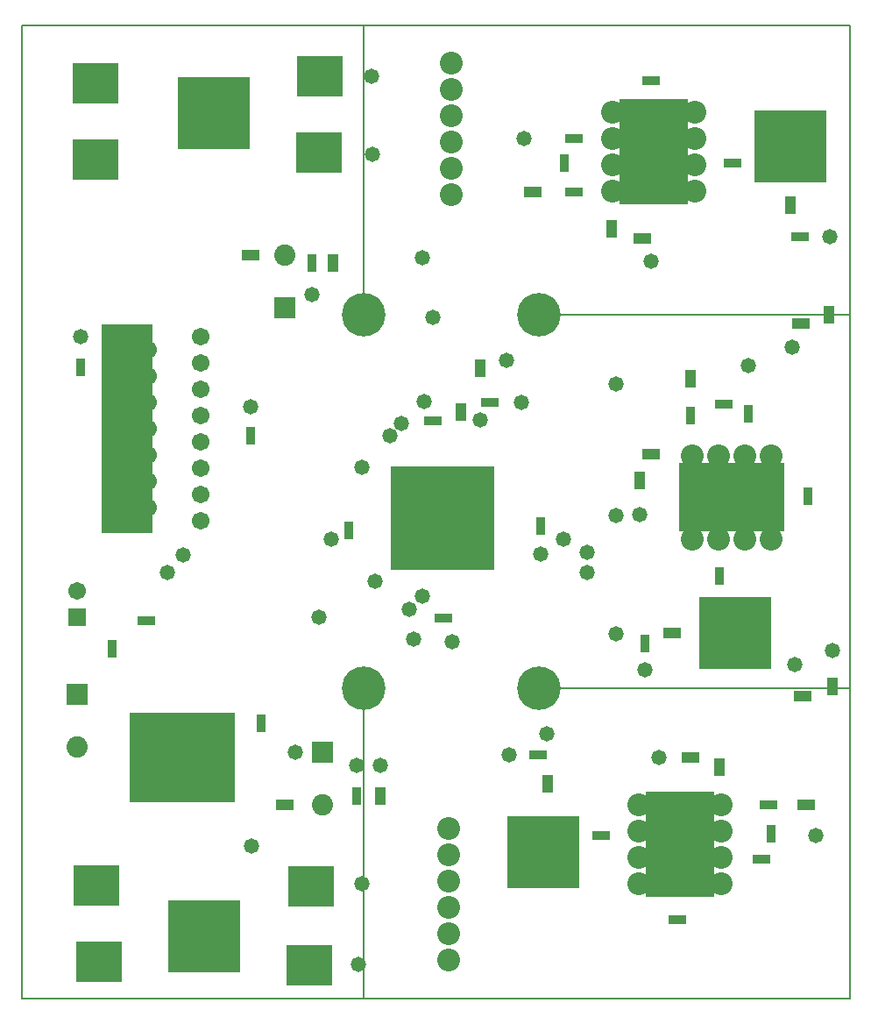
<source format=gbs>
%FSLAX25Y25*%
%MOIN*%
G70*
G01*
G75*
G04 Layer_Color=16711935*
%ADD10R,0.03937X0.03937*%
%ADD11R,0.03937X0.03937*%
%ADD12R,0.01969X0.05906*%
%ADD13R,0.05906X0.01969*%
%ADD14R,0.09843X0.09055*%
%ADD15R,0.32795X0.31496*%
%ADD16R,0.04213X0.08504*%
%ADD17C,0.01000*%
%ADD18C,0.03937*%
%ADD19C,0.02362*%
%ADD20C,0.00787*%
%ADD21R,0.27559X0.27559*%
%ADD22R,0.03543X0.06693*%
%ADD23R,0.19685X0.79528*%
%ADD24R,0.25984X0.40158*%
%ADD25R,0.40158X0.25984*%
%ADD26R,0.06693X0.03543*%
%ADD27R,0.07087X0.03937*%
%ADD28R,0.03937X0.07087*%
%ADD29R,0.39370X0.39370*%
%ADD30R,0.17716X0.15748*%
%ADD31R,0.40000X0.34016*%
%ADD32C,0.07874*%
%ADD33C,0.05906*%
%ADD34C,0.07284*%
%ADD35R,0.07284X0.07284*%
%ADD36R,0.05906X0.05906*%
%ADD37C,0.05000*%
%ADD38C,0.15748*%
%ADD39C,0.00984*%
%ADD40C,0.00492*%
%ADD41C,0.00591*%
%ADD42R,0.04737X0.04737*%
%ADD43R,0.04737X0.04737*%
%ADD44R,0.02769X0.06706*%
%ADD45R,0.06706X0.02769*%
%ADD46R,0.10642X0.09855*%
%ADD47R,0.33595X0.32296*%
%ADD48R,0.05013X0.09304*%
%ADD49C,0.08674*%
%ADD50C,0.06706*%
%ADD51C,0.08083*%
%ADD52R,0.08083X0.08083*%
%ADD53R,0.06706X0.06706*%
%ADD54C,0.05800*%
%ADD55C,0.16548*%
G54D20*
X696148Y118110D02*
X578038D01*
X696148Y259842D02*
X578038D01*
X511109Y0D02*
Y118110D01*
Y259842D02*
Y370079D01*
X696148Y0D02*
X381187D01*
Y370079D01*
X696148Y0D02*
Y370079D01*
X381187D01*
G54D21*
X673648Y324000D02*
D03*
X652648Y139000D02*
D03*
X579648Y55500D02*
D03*
X450648Y23500D02*
D03*
X454148Y336500D02*
D03*
G54D22*
X415648Y133000D02*
D03*
X657648Y222346D02*
D03*
X635648Y221500D02*
D03*
X646648Y160500D02*
D03*
X680148Y191000D02*
D03*
X578648Y179500D02*
D03*
X505648Y178000D02*
D03*
X491648Y279500D02*
D03*
X508648Y77000D02*
D03*
X403648Y240000D02*
D03*
X468148Y214000D02*
D03*
X666148Y62500D02*
D03*
X587648Y317500D02*
D03*
X618148Y135000D02*
D03*
X472148Y104500D02*
D03*
G54D23*
X421146Y216504D02*
D03*
G54D24*
X631648Y58500D02*
D03*
X621648Y322000D02*
D03*
G54D25*
X651148Y190500D02*
D03*
G54D26*
X591148Y327000D02*
D03*
X662648Y53000D02*
D03*
X591148Y306500D02*
D03*
X665148Y73500D02*
D03*
X651648Y317500D02*
D03*
X601648Y62000D02*
D03*
X620648Y349000D02*
D03*
X630648Y30000D02*
D03*
X559148Y226500D02*
D03*
X541648Y144500D02*
D03*
X537648Y219500D02*
D03*
X648148Y225847D02*
D03*
X577648Y92500D02*
D03*
X677148Y289500D02*
D03*
X428648Y143500D02*
D03*
G54D27*
X617148Y289000D02*
D03*
X635648Y91500D02*
D03*
X620648Y207000D02*
D03*
X575648Y306500D02*
D03*
X679648Y73500D02*
D03*
X628648Y139000D02*
D03*
X468148Y282500D02*
D03*
X481148Y73500D02*
D03*
X677648Y256500D02*
D03*
X678105Y115000D02*
D03*
G54D28*
X616148Y197000D02*
D03*
X605648Y292500D02*
D03*
X646648Y88000D02*
D03*
X635648Y235500D02*
D03*
X673648Y301500D02*
D03*
X581148Y81500D02*
D03*
X499648Y279500D02*
D03*
X517648Y77000D02*
D03*
X548148Y223000D02*
D03*
X555648Y239500D02*
D03*
X688148Y260000D02*
D03*
X689605Y118500D02*
D03*
G54D29*
X541148Y182500D02*
D03*
G54D30*
X409648Y43000D02*
D03*
X491148Y42500D02*
D03*
X410648Y14000D02*
D03*
X490648Y12500D02*
D03*
X409148Y348000D02*
D03*
X494648Y350500D02*
D03*
X409148Y319000D02*
D03*
X494148Y321500D02*
D03*
G54D31*
X442148Y91508D02*
D03*
G54D49*
X673648Y330890D02*
D03*
Y317110D02*
D03*
X659538Y139000D02*
D03*
X645758D02*
D03*
X579648Y48610D02*
D03*
Y62390D02*
D03*
X450648Y16610D02*
D03*
Y30390D02*
D03*
X454148Y329610D02*
D03*
Y343390D02*
D03*
X543648Y54500D02*
D03*
Y64500D02*
D03*
Y14500D02*
D03*
Y24500D02*
D03*
Y34500D02*
D03*
Y44500D02*
D03*
X544648Y315500D02*
D03*
Y305500D02*
D03*
Y355500D02*
D03*
Y345500D02*
D03*
Y335500D02*
D03*
Y325500D02*
D03*
X615900Y53500D02*
D03*
Y63500D02*
D03*
Y43500D02*
D03*
Y73500D02*
D03*
X647396Y43500D02*
D03*
Y63500D02*
D03*
Y53500D02*
D03*
Y73500D02*
D03*
X637396Y327000D02*
D03*
Y317000D02*
D03*
Y337000D02*
D03*
Y307000D02*
D03*
X605900Y337000D02*
D03*
Y317000D02*
D03*
Y327000D02*
D03*
Y307000D02*
D03*
X636148Y206248D02*
D03*
X656148D02*
D03*
X646148D02*
D03*
X666148D02*
D03*
X636148Y174752D02*
D03*
X666148D02*
D03*
X646148D02*
D03*
X656148D02*
D03*
G54D50*
X449298Y211500D02*
D03*
X429219Y206500D02*
D03*
Y196500D02*
D03*
Y186500D02*
D03*
X449298Y201500D02*
D03*
Y191500D02*
D03*
Y181500D02*
D03*
Y251500D02*
D03*
Y241500D02*
D03*
Y231500D02*
D03*
X429219Y246500D02*
D03*
Y236500D02*
D03*
Y226500D02*
D03*
X449298Y221500D02*
D03*
X429219Y216500D02*
D03*
X402148Y155000D02*
D03*
G54D51*
X481148Y282500D02*
D03*
X495648Y73500D02*
D03*
X402148Y95500D02*
D03*
G54D52*
X481148Y262500D02*
D03*
X495648Y93500D02*
D03*
X402148Y115500D02*
D03*
G54D53*
Y145000D02*
D03*
G54D54*
X494148D02*
D03*
X565648Y242500D02*
D03*
X596148Y162000D02*
D03*
Y169500D02*
D03*
X578648Y169000D02*
D03*
X587148Y174500D02*
D03*
X530148Y136500D02*
D03*
X572148Y327000D02*
D03*
X620691Y280457D02*
D03*
X623648Y91500D02*
D03*
X607148Y233500D02*
D03*
Y183500D02*
D03*
X616148Y184000D02*
D03*
X683148Y62000D02*
D03*
X657648Y240500D02*
D03*
X674148Y247500D02*
D03*
X607148Y138500D02*
D03*
X689605Y132457D02*
D03*
X675148Y127000D02*
D03*
X580898Y100750D02*
D03*
X688648Y289500D02*
D03*
X618148Y125000D02*
D03*
X566648Y92500D02*
D03*
X555648Y220000D02*
D03*
X533648Y281500D02*
D03*
X537648Y259000D02*
D03*
X498994Y174653D02*
D03*
X525648Y218500D02*
D03*
X521148Y214000D02*
D03*
X510648Y202000D02*
D03*
X544994Y135653D02*
D03*
X571148Y226500D02*
D03*
X534302Y226847D02*
D03*
X515648Y158500D02*
D03*
X528398Y148000D02*
D03*
X533648Y153000D02*
D03*
X491648Y267500D02*
D03*
X403648Y251500D02*
D03*
X468148Y225000D02*
D03*
X508648Y88500D02*
D03*
X510648Y43500D02*
D03*
X509148Y13000D02*
D03*
X514148Y350500D02*
D03*
X514648Y321000D02*
D03*
X436648Y162000D02*
D03*
X442648Y168500D02*
D03*
X468648Y58000D02*
D03*
X517648Y88500D02*
D03*
X485148Y93500D02*
D03*
G54D55*
X578038Y259842D02*
D03*
Y118110D02*
D03*
X511109Y259842D02*
D03*
Y118110D02*
D03*
M02*

</source>
